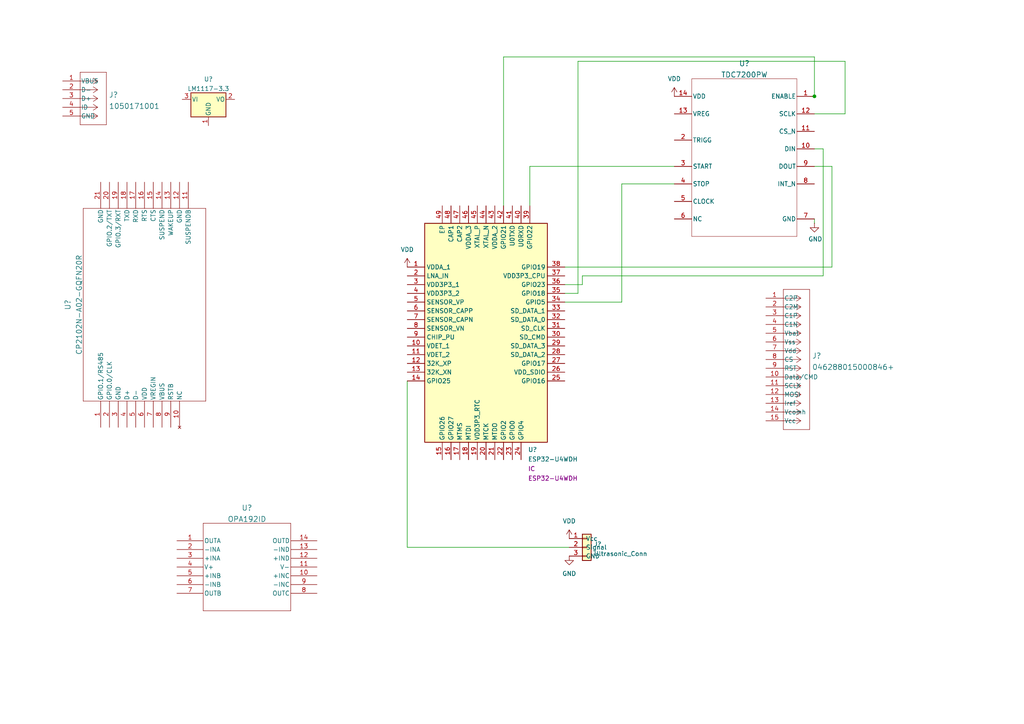
<source format=kicad_sch>
(kicad_sch (version 20231120) (generator "eeschema") (generator_version "8.0")
  (paper "A4")
  (lib_symbols
    (symbol "15-pin_ZIF_connector:046288015000846+" (pin_names (offset 0.254))
      (property "Reference" "J?" (at 13.3985 -16.7153 0))
      (property "Value" "046288015000846+" (at 13.3985 -19.9943 0))
      (symbol "046288015000846+_1_1"
        (polyline (pts (xy 5.08 -38.1) (xy 12.7 -38.1)) (stroke (width 0.127)))
        (polyline (pts (xy 5.08 2.54) (xy 5.08 -38.1)) (stroke (width 0.127)))
        (polyline (pts (xy 10.16 -35.56) (xy 5.08 -35.56)) (stroke (width 0.127)))
        (polyline (pts (xy 10.16 -35.56) (xy 8.89 -36.4067)) (stroke (width 0.127)))
        (polyline (pts (xy 10.16 -35.56) (xy 8.89 -34.7133)) (stroke (width 0.127)))
        (polyline (pts (xy 10.16 -33.02) (xy 5.08 -33.02)) (stroke (width 0.127)))
        (polyline (pts (xy 10.16 -33.02) (xy 8.89 -33.8667)) (stroke (width 0.127)))
        (polyline (pts (xy 10.16 -33.02) (xy 8.89 -32.1733)) (stroke (width 0.127)))
        (polyline (pts (xy 10.16 -30.48) (xy 5.08 -30.48)) (stroke (width 0.127)))
        (polyline (pts (xy 10.16 -30.48) (xy 8.89 -31.3267)) (stroke (width 0.127)))
        (polyline (pts (xy 10.16 -30.48) (xy 8.89 -29.6333)) (stroke (width 0.127)))
        (polyline (pts (xy 10.16 -27.94) (xy 5.08 -27.94)) (stroke (width 0.127)))
        (polyline (pts (xy 10.16 -27.94) (xy 8.89 -28.7867)) (stroke (width 0.127)))
        (polyline (pts (xy 10.16 -27.94) (xy 8.89 -27.0933)) (stroke (width 0.127)))
        (polyline (pts (xy 10.16 -25.4) (xy 5.08 -25.4)) (stroke (width 0.127)))
        (polyline (pts (xy 10.16 -25.4) (xy 8.89 -26.2467)) (stroke (width 0.127)))
        (polyline (pts (xy 10.16 -25.4) (xy 8.89 -24.5533)) (stroke (width 0.127)))
        (polyline (pts (xy 10.16 -22.86) (xy 5.08 -22.86)) (stroke (width 0.127)))
        (polyline (pts (xy 10.16 -22.86) (xy 8.89 -23.7067)) (stroke (width 0.127)))
        (polyline (pts (xy 10.16 -22.86) (xy 8.89 -22.0133)) (stroke (width 0.127)))
        (polyline (pts (xy 10.16 -20.32) (xy 5.08 -20.32)) (stroke (width 0.127)))
        (polyline (pts (xy 10.16 -20.32) (xy 8.89 -21.1667)) (stroke (width 0.127)))
        (polyline (pts (xy 10.16 -20.32) (xy 8.89 -19.4733)) (stroke (width 0.127)))
        (polyline (pts (xy 10.16 -17.78) (xy 5.08 -17.78)) (stroke (width 0.127)))
        (polyline (pts (xy 10.16 -17.78) (xy 8.89 -18.6267)) (stroke (width 0.127)))
        (polyline (pts (xy 10.16 -17.78) (xy 8.89 -16.9333)) (stroke (width 0.127)))
        (polyline (pts (xy 10.16 -15.24) (xy 5.08 -15.24)) (stroke (width 0.127)))
        (polyline (pts (xy 10.16 -15.24) (xy 8.89 -16.0867)) (stroke (width 0.127)))
        (polyline (pts (xy 10.16 -15.24) (xy 8.89 -14.3933)) (stroke (width 0.127)))
        (polyline (pts (xy 10.16 -12.7) (xy 5.08 -12.7)) (stroke (width 0.127)))
        (polyline (pts (xy 10.16 -12.7) (xy 8.89 -13.5467)) (stroke (width 0.127)))
        (polyline (pts (xy 10.16 -12.7) (xy 8.89 -11.8533)) (stroke (width 0.127)))
        (polyline (pts (xy 10.16 -10.16) (xy 5.08 -10.16)) (stroke (width 0.127)))
        (polyline (pts (xy 10.16 -10.16) (xy 8.89 -11.0067)) (stroke (width 0.127)))
        (polyline (pts (xy 10.16 -10.16) (xy 8.89 -9.3133)) (stroke (width 0.127)))
        (polyline (pts (xy 10.16 -7.62) (xy 5.08 -7.62)) (stroke (width 0.127)))
        (polyline (pts (xy 10.16 -7.62) (xy 8.89 -8.4667)) (stroke (width 0.127)))
        (polyline (pts (xy 10.16 -7.62) (xy 8.89 -6.7733)) (stroke (width 0.127)))
        (polyline (pts (xy 10.16 -5.08) (xy 5.08 -5.08)) (stroke (width 0.127)))
        (polyline (pts (xy 10.16 -5.08) (xy 8.89 -5.9267)) (stroke (width 0.127)))
        (polyline (pts (xy 10.16 -5.08) (xy 8.89 -4.2333)) (stroke (width 0.127)))
        (polyline (pts (xy 10.16 -2.54) (xy 5.08 -2.54)) (stroke (width 0.127)))
        (polyline (pts (xy 10.16 -2.54) (xy 8.89 -3.3867)) (stroke (width 0.127)))
        (polyline (pts (xy 10.16 -2.54) (xy 8.89 -1.6933)) (stroke (width 0.127)))
        (polyline (pts (xy 10.16 0) (xy 5.08 0)) (stroke (width 0.127)))
        (polyline (pts (xy 10.16 0) (xy 8.89 -0.8467)) (stroke (width 0.127)))
        (polyline (pts (xy 10.16 0) (xy 8.89 0.8467)) (stroke (width 0.127)))
        (polyline (pts (xy 12.7 -38.1) (xy 12.7 2.54)) (stroke (width 0.127)))
        (polyline (pts (xy 12.7 2.54) (xy 5.08 2.54)) (stroke (width 0.127)))
        (pin unspecified line (at 0 0 0) (length 5.08) (name "C2P") (number "1"))
        (pin unspecified line (at 0 -22.86 0) (length 5.08) (name "Data/CMD") (number "10"))
        (pin unspecified line (at 0 -25.4 0) (length 5.08) (name "SCLK") (number "11"))
        (pin unspecified line (at 0 -27.94 0) (length 5.08) (name "MOSI") (number "12"))
        (pin unspecified line (at 0 -30.48 0) (length 5.08) (name "Iref") (number "13"))
        (pin unspecified line (at 0 -33.02 0) (length 5.08) (name "Vcomh") (number "14"))
        (pin unspecified line (at 0 -35.56 0) (length 5.08) (name "Vcc") (number "15"))
        (pin unspecified line (at 0 -2.54 0) (length 5.08) (name "C2M") (number "2"))
        (pin unspecified line (at 0 -5.08 0) (length 5.08) (name "C1P") (number "3"))
        (pin unspecified line (at 0 -7.62 0) (length 5.08) (name "C1N") (number "4"))
        (pin unspecified line (at 0 -10.16 0) (length 5.08) (name "Vbat") (number "5"))
        (pin unspecified line (at 0 -12.7 0) (length 5.08) (name "Vss") (number "6"))
        (pin unspecified line (at 0 -15.24 0) (length 5.08) (name "Vdd") (number "7"))
        (pin unspecified line (at 0 -17.78 0) (length 5.08) (name "CS") (number "8"))
        (pin unspecified line (at 0 -20.32 0) (length 5.08) (name "RST") (number "9"))
      )
      (symbol "046288015000846+_1_2"
        (polyline (pts (xy 5.08 -38.1) (xy 12.7 -38.1)) (stroke (width 0.127)))
        (polyline (pts (xy 5.08 2.54) (xy 5.08 -38.1)) (stroke (width 0.127)))
        (polyline (pts (xy 7.62 -35.56) (xy 5.08 -35.56)) (stroke (width 0.127)))
        (polyline (pts (xy 7.62 -35.56) (xy 8.89 -36.4067)) (stroke (width 0.127)))
        (polyline (pts (xy 7.62 -35.56) (xy 8.89 -34.7133)) (stroke (width 0.127)))
        (polyline (pts (xy 7.62 -33.02) (xy 5.08 -33.02)) (stroke (width 0.127)))
        (polyline (pts (xy 7.62 -33.02) (xy 8.89 -33.8667)) (stroke (width 0.127)))
        (polyline (pts (xy 7.62 -33.02) (xy 8.89 -32.1733)) (stroke (width 0.127)))
        (polyline (pts (xy 7.62 -30.48) (xy 5.08 -30.48)) (stroke (width 0.127)))
        (polyline (pts (xy 7.62 -30.48) (xy 8.89 -31.3267)) (stroke (width 0.127)))
        (polyline (pts (xy 7.62 -30.48) (xy 8.89 -29.6333)) (stroke (width 0.127)))
        (polyline (pts (xy 7.62 -27.94) (xy 5.08 -27.94)) (stroke (width 0.127)))
        (polyline (pts (xy 7.62 -27.94) (xy 8.89 -28.7867)) (stroke (width 0.127)))
        (polyline (pts (xy 7.62 -27.94) (xy 8.89 -27.0933)) (stroke (width 0.127)))
        (polyline (pts (xy 7.62 -25.4) (xy 5.08 -25.4)) (stroke (width 0.127)))
        (polyline (pts (xy 7.62 -25.4) (xy 8.89 -26.2467)) (stroke (width 0.127)))
        (polyline (pts (xy 7.62 -25.4) (xy 8.89 -24.5533)) (stroke (width 0.127)))
        (polyline (pts (xy 7.62 -22.86) (xy 5.08 -22.86)) (stroke (width 0.127)))
        (polyline (pts (xy 7.62 -22.86) (xy 8.89 -23.7067)) (stroke (width 0.127)))
        (polyline (pts (xy 7.62 -22.86) (xy 8.89 -22.0133)) (stroke (width 0.127)))
        (polyline (pts (xy 7.62 -20.32) (xy 5.08 -20.32)) (stroke (width 0.127)))
        (polyline (pts (xy 7.62 -20.32) (xy 8.89 -21.1667)) (stroke (width 0.127)))
        (polyline (pts (xy 7.62 -20.32) (xy 8.89 -19.4733)) (stroke (width 0.127)))
        (polyline (pts (xy 7.62 -17.78) (xy 5.08 -17.78)) (stroke (width 0.127)))
        (polyline (pts (xy 7.62 -17.78) (xy 8.89 -18.6267)) (stroke (width 0.127)))
        (polyline (pts (xy 7.62 -17.78) (xy 8.89 -16.9333)) (stroke (width 0.127)))
        (polyline (pts (xy 7.62 -15.24) (xy 5.08 -15.24)) (stroke (width 0.127)))
        (polyline (pts (xy 7.62 -15.24) (xy 8.89 -16.0867)) (stroke (width 0.127)))
        (polyline (pts (xy 7.62 -15.24) (xy 8.89 -14.3933)) (stroke (width 0.127)))
        (polyline (pts (xy 7.62 -12.7) (xy 5.08 -12.7)) (stroke (width 0.127)))
        (polyline (pts (xy 7.62 -12.7) (xy 8.89 -13.5467)) (stroke (width 0.127)))
        (polyline (pts (xy 7.62 -12.7) (xy 8.89 -11.8533)) (stroke (width 0.127)))
        (polyline (pts (xy 7.62 -10.16) (xy 5.08 -10.16)) (stroke (width 0.127)))
        (polyline (pts (xy 7.62 -10.16) (xy 8.89 -11.0067)) (stroke (width 0.127)))
        (polyline (pts (xy 7.62 -10.16) (xy 8.89 -9.3133)) (stroke (width 0.127)))
        (polyline (pts (xy 7.62 -7.62) (xy 5.08 -7.62)) (stroke (width 0.127)))
        (polyline (pts (xy 7.62 -7.62) (xy 8.89 -8.4667)) (stroke (width 0.127)))
        (polyline (pts (xy 7.62 -7.62) (xy 8.89 -6.7733)) (stroke (width 0.127)))
        (polyline (pts (xy 7.62 -5.08) (xy 5.08 -5.08)) (stroke (width 0.127)))
        (polyline (pts (xy 7.62 -5.08) (xy 8.89 -5.9267)) (stroke (width 0.127)))
        (polyline (pts (xy 7.62 -5.08) (xy 8.89 -4.2333)) (stroke (width 0.127)))
        (polyline (pts (xy 7.62 -2.54) (xy 5.08 -2.54)) (stroke (width 0.127)))
        (polyline (pts (xy 7.62 -2.54) (xy 8.89 -3.3867)) (stroke (width 0.127)))
        (polyline (pts (xy 7.62 -2.54) (xy 8.89 -1.6933)) (stroke (width 0.127)))
        (polyline (pts (xy 7.62 0) (xy 5.08 0)) (stroke (width 0.127)))
        (polyline (pts (xy 7.62 0) (xy 8.89 -0.8467)) (stroke (width 0.127)))
        (polyline (pts (xy 7.62 0) (xy 8.89 0.8467)) (stroke (width 0.127)))
        (polyline (pts (xy 12.7 -38.1) (xy 12.7 2.54)) (stroke (width 0.127)))
        (polyline (pts (xy 12.7 2.54) (xy 5.08 2.54)) (stroke (width 0.127)))
        (pin unspecified line (at 0 0 0) (length 5.08) (name "1") (number "1"))
        (pin unspecified line (at 0 -22.86 0) (length 5.08) (name "10") (number "10"))
        (pin unspecified line (at 0 -25.4 0) (length 5.08) (name "11") (number "11"))
        (pin unspecified line (at 0 -27.94 0) (length 5.08) (name "12") (number "12"))
        (pin unspecified line (at 0 -30.48 0) (length 5.08) (name "13") (number "13"))
        (pin unspecified line (at 0 -33.02 0) (length 5.08) (name "14") (number "14"))
        (pin unspecified line (at 0 -35.56 0) (length 5.08) (name "15") (number "15"))
        (pin unspecified line (at 0 -2.54 0) (length 5.08) (name "2") (number "2"))
        (pin unspecified line (at 0 -5.08 0) (length 5.08) (name "3") (number "3"))
        (pin unspecified line (at 0 -7.62 0) (length 5.08) (name "4") (number "4"))
        (pin unspecified line (at 0 -10.16 0) (length 5.08) (name "5") (number "5"))
        (pin unspecified line (at 0 -12.7 0) (length 5.08) (name "6") (number "6"))
        (pin unspecified line (at 0 -15.24 0) (length 5.08) (name "7") (number "7"))
        (pin unspecified line (at 0 -17.78 0) (length 5.08) (name "8") (number "8"))
        (pin unspecified line (at 0 -20.32 0) (length 5.08) (name "9") (number "9"))
      )
    )
    (symbol "CP2102-GMR:CP2102N-A02-GQFN20R" (pin_names (offset 0.254))
      (property "Reference" "U" (at 35.56 10.16 0))
      (property "Value" "CP2102N-A02-GQFN20R" (at 35.56 7.62 0))
      (symbol "CP2102N-A02-GQFN20R_0_1"
        (polyline (pts (xy 7.62 -30.48) (xy 63.5 -30.48)) (stroke (width 0.127)))
        (polyline (pts (xy 7.62 5.08) (xy 7.62 -30.48)) (stroke (width 0.127)))
        (polyline (pts (xy 63.5 -30.48) (xy 63.5 5.08)) (stroke (width 0.127)))
        (polyline (pts (xy 63.5 5.08) (xy 7.62 5.08)) (stroke (width 0.127)))
        (pin bidirectional line (at 0 0 0) (length 7.62) (name "GPIO.1/RS485") (number "1"))
        (pin no_connect line (at 0 -22.86 0) (length 7.62) (name "NC") (number "10"))
        (pin output line (at 71.12 -25.4 180) (length 7.62) (name "SUSPENDB") (number "11"))
        (pin power_out line (at 71.12 -22.86 180) (length 7.62) (name "GND") (number "12"))
        (pin input line (at 71.12 -20.32 180) (length 7.62) (name "WAKEUP") (number "13"))
        (pin output line (at 71.12 -17.78 180) (length 7.62) (name "SUSPEND") (number "14"))
        (pin input line (at 71.12 -15.24 180) (length 7.62) (name "CTS") (number "15"))
        (pin output line (at 71.12 -12.7 180) (length 7.62) (name "RTS") (number "16"))
        (pin input line (at 71.12 -10.16 180) (length 7.62) (name "RXD") (number "17"))
        (pin output line (at 71.12 -7.62 180) (length 7.62) (name "TXD") (number "18"))
        (pin bidirectional line (at 71.12 -5.08 180) (length 7.62) (name "GPIO.3/RXT") (number "19"))
        (pin bidirectional line (at 0 -2.54 0) (length 7.62) (name "GPIO.0/CLK") (number "2"))
        (pin bidirectional line (at 71.12 -2.54 180) (length 7.62) (name "GPIO.2/TXT") (number "20"))
        (pin power_out line (at 71.12 0 180) (length 7.62) (name "GND") (number "21"))
        (pin power_out line (at 0 -5.08 0) (length 7.62) (name "GND") (number "3"))
        (pin bidirectional line (at 0 -7.62 0) (length 7.62) (name "D+") (number "4"))
        (pin bidirectional line (at 0 -10.16 0) (length 7.62) (name "D-") (number "5"))
        (pin power_in line (at 0 -12.7 0) (length 7.62) (name "VDD") (number "6"))
        (pin power_in line (at 0 -15.24 0) (length 7.62) (name "VREGIN") (number "7"))
        (pin input line (at 0 -17.78 0) (length 7.62) (name "VBUS") (number "8"))
        (pin input line (at 0 -20.32 0) (length 7.62) (name "RSTB") (number "9"))
      )
    )
    (symbol "Connector_Generic:Conn_01x03" (pin_names (offset 1.016))
      (property "Reference" "J?" (at 2.032 0.9085 0))
      (property "Value" "Ultrasonic_Conn" (at 2.032 -1.8666 0))
      (symbol "Conn_01x03_1_1"
        (rectangle (start -1.27 -2.413) (end 0 -2.667) (stroke (width 0.1524)))
        (rectangle (start -1.27 0.127) (end 0 -0.127) (stroke (width 0.1524)))
        (rectangle (start -1.27 2.667) (end 0 2.413) (stroke (width 0.1524)))
        (rectangle (start -1.27 3.81) (end 1.27 -3.81) (stroke (width 0.254)) (fill (type background)))
        (pin passive line (at -5.08 2.54 0) (length 3.81) (name "Vcc") (number "1"))
        (pin passive line (at -5.08 0 0) (length 3.81) (name "Signal") (number "2"))
        (pin passive line (at -5.08 -2.54 0) (length 3.81) (name "GND") (number "3"))
      )
    )
    (symbol "ESP32-U4WDH:ESP32-U4WDH"
      (property "Value" "ESP32-U4WDH" (at 0 0 0))
      (property "Reference_1" "IC" (at 41.91 17.78 0))
      (property "Value_1" "ESP32-U4WDH" (at 41.91 15.24 0))
      (symbol "ESP32-U4WDH_1_1"
        (rectangle (start 5.08 12.7) (end 40.64 -50.8) (stroke (width 0.254)) (fill (type background)))
        (pin passive line (at 0 0 0) (length 5.08) (name "VDDA_1") (number "1"))
        (pin passive line (at 0 -22.86 0) (length 5.08) (name "VDET_1") (number "10"))
        (pin passive line (at 0 -25.4 0) (length 5.08) (name "VDET_2") (number "11"))
        (pin passive line (at 0 -27.94 0) (length 5.08) (name "32K_XP") (number "12"))
        (pin passive line (at 0 -30.48 0) (length 5.08) (name "32K_XN") (number "13"))
        (pin passive line (at 0 -33.02 0) (length 5.08) (name "GPIO25") (number "14"))
        (pin passive line (at 10.16 -55.88 90) (length 5.08) (name "GPIO26") (number "15"))
        (pin passive line (at 12.7 -55.88 90) (length 5.08) (name "GPIO27") (number "16"))
        (pin passive line (at 15.24 -55.88 90) (length 5.08) (name "MTMS") (number "17"))
        (pin passive line (at 17.78 -55.88 90) (length 5.08) (name "MTDI") (number "18"))
        (pin passive line (at 20.32 -55.88 90) (length 5.08) (name "VDD3P3_RTC") (number "19"))
        (pin passive line (at 0 -2.54 0) (length 5.08) (name "LNA_IN") (number "2"))
        (pin passive line (at 22.86 -55.88 90) (length 5.08) (name "MTCK") (number "20"))
        (pin passive line (at 25.4 -55.88 90) (length 5.08) (name "MTDO") (number "21"))
        (pin passive line (at 27.94 -55.88 90) (length 5.08) (name "GPIO2") (number "22"))
        (pin passive line (at 30.48 -55.88 90) (length 5.08) (name "GPIO0") (number "23"))
        (pin passive line (at 33.02 -55.88 90) (length 5.08) (name "GPIO4") (number "24"))
        (pin passive line (at 45.72 -33.02 180) (length 5.08) (name "GPIO16") (number "25"))
        (pin passive line (at 45.72 -30.48 180) (length 5.08) (name "VDD_SDIO") (number "26"))
        (pin passive line (at 45.72 -27.94 180) (length 5.08) (name "GPIO17") (number "27"))
        (pin passive line (at 45.72 -25.4 180) (length 5.08) (name "SD_DATA_2") (number "28"))
        (pin passive line (at 45.72 -22.86 180) (length 5.08) (name "SD_DATA_3") (number "29"))
        (pin passive line (at 0 -5.08 0) (length 5.08) (name "VDD3P3_1") (number "3"))
        (pin passive line (at 45.72 -20.32 180) (length 5.08) (name "SD_CMD") (number "30"))
        (pin passive line (at 45.72 -17.78 180) (length 5.08) (name "SD_CLK") (number "31"))
        (pin passive line (at 45.72 -15.24 180) (length 5.08) (name "SD_DATA_0") (number "32"))
        (pin passive line (at 45.72 -12.7 180) (length 5.08) (name "SD_DATA_1") (number "33"))
        (pin passive line (at 45.72 -10.16 180) (length 5.08) (name "GPIO5") (number "34"))
        (pin passive line (at 45.72 -7.62 180) (length 5.08) (name "GPIO18") (number "35"))
        (pin passive line (at 45.72 -5.08 180) (length 5.08) (name "GPIO23") (number "36"))
        (pin passive line (at 45.72 -2.54 180) (length 5.08) (name "VDD3P3_CPU") (number "37"))
        (pin passive line (at 45.72 0 180) (length 5.08) (name "GPIO19") (number "38"))
        (pin passive line (at 35.56 17.78 270) (length 5.08) (name "GPIO22") (number "39"))
        (pin passive line (at 0 -7.62 0) (length 5.08) (name "VDD3P3_2") (number "4"))
        (pin passive line (at 33.02 17.78 270) (length 5.08) (name "U0RXD") (number "40"))
        (pin passive line (at 30.48 17.78 270) (length 5.08) (name "U0TXD") (number "41"))
        (pin passive line (at 27.94 17.78 270) (length 5.08) (name "GPIO21") (number "42"))
        (pin passive line (at 25.4 17.78 270) (length 5.08) (name "VDDA_2") (number "43"))
        (pin passive line (at 22.86 17.78 270) (length 5.08) (name "XTAL_N") (number "44"))
        (pin passive line (at 20.32 17.78 270) (length 5.08) (name "XTAL_P") (number "45"))
        (pin passive line (at 17.78 17.78 270) (length 5.08) (name "VDDA_3") (number "46"))
        (pin passive line (at 15.24 17.78 270) (length 5.08) (name "CAP2") (number "47"))
        (pin passive line (at 12.7 17.78 270) (length 5.08) (name "CAP1") (number "48"))
        (pin passive line (at 10.16 17.78 270) (length 5.08) (name "EP") (number "49"))
        (pin passive line (at 0 -10.16 0) (length 5.08) (name "SENSOR_VP") (number "5"))
        (pin passive line (at 0 -12.7 0) (length 5.08) (name "SENSOR_CAPP") (number "6"))
        (pin passive line (at 0 -15.24 0) (length 5.08) (name "SENSOR_CAPN") (number "7"))
        (pin passive line (at 0 -17.78 0) (length 5.08) (name "SENSOR_VN") (number "8"))
        (pin passive line (at 0 -20.32 0) (length 5.08) (name "CHIP_PU") (number "9"))
      )
    )
    (symbol "Regulator_Linear:LM1117-3.3" (pin_names (offset 0.254))
      (property "Reference" "U" (at -3.81 3.175 0))
      (property "Value" "LM1117-3.3" (at 0 3.175 0))
      (symbol "LM1117-3.3_0_1"
        (rectangle (start -5.08 -5.08) (end 5.08 1.905) (stroke (width 0.254)) (fill (type background)))
      )
      (symbol "LM1117-3.3_1_1"
        (pin power_in line (at 0 -7.62 90) (length 2.54) (name "GND") (number "1"))
        (pin power_out line (at 7.62 0 180) (length 2.54) (name "VO") (number "2"))
        (pin power_in line (at -7.62 0 0) (length 2.54) (name "VI") (number "3"))
      )
    )
    (symbol "micro-usb_connector:1050171001" (pin_names (offset 0.254))
      (property "Reference" "J?" (at 3.2385 1.0647 0))
      (property "Value" "1050171001" (at 3.2385 -2.2143 0))
      (symbol "1050171001_1_1"
        (polyline (pts (xy -5.08 -7.62) (xy 2.54 -7.62)) (stroke (width 0.127)))
        (polyline (pts (xy -5.08 7.62) (xy -5.08 -7.62)) (stroke (width 0.127)))
        (polyline (pts (xy 0 -5.08) (xy -5.08 -5.08)) (stroke (width 0.127)))
        (polyline (pts (xy 0 -5.08) (xy -1.27 -5.9267)) (stroke (width 0.127)))
        (polyline (pts (xy 0 -5.08) (xy -1.27 -4.2333)) (stroke (width 0.127)))
        (polyline (pts (xy 0 -2.54) (xy -5.08 -2.54)) (stroke (width 0.127)))
        (polyline (pts (xy 0 -2.54) (xy -1.27 -3.3867)) (stroke (width 0.127)))
        (polyline (pts (xy 0 -2.54) (xy -1.27 -1.6933)) (stroke (width 0.127)))
        (polyline (pts (xy 0 0) (xy -5.08 0)) (stroke (width 0.127)))
        (polyline (pts (xy 0 0) (xy -1.27 -0.8467)) (stroke (width 0.127)))
        (polyline (pts (xy 0 0) (xy -1.27 0.8467)) (stroke (width 0.127)))
        (polyline (pts (xy 0 2.54) (xy -5.08 2.54)) (stroke (width 0.127)))
        (polyline (pts (xy 0 2.54) (xy -1.27 1.6933)) (stroke (width 0.127)))
        (polyline (pts (xy 0 2.54) (xy -1.27 3.3867)) (stroke (width 0.127)))
        (polyline (pts (xy 0 5.08) (xy -5.08 5.08)) (stroke (width 0.127)))
        (polyline (pts (xy 0 5.08) (xy -1.27 4.2333)) (stroke (width 0.127)))
        (polyline (pts (xy 0 5.08) (xy -1.27 5.9267)) (stroke (width 0.127)))
        (polyline (pts (xy 2.54 -7.62) (xy 2.54 7.62)) (stroke (width 0.127)))
        (polyline (pts (xy 2.54 7.62) (xy -5.08 7.62)) (stroke (width 0.127)))
        (pin unspecified line (at -10.16 5.08 0) (length 5.08) (name "VBUS") (number "1"))
        (pin unspecified line (at -10.16 2.54 0) (length 5.08) (name "D-") (number "2"))
        (pin unspecified line (at -10.16 0 0) (length 5.08) (name "D+") (number "3"))
        (pin unspecified line (at -10.16 -2.54 0) (length 5.08) (name "ID") (number "4"))
        (pin unspecified line (at -10.16 -5.08 0) (length 5.08) (name "GND") (number "5"))
      )
      (symbol "1050171001_1_2"
        (polyline (pts (xy -5.08 -7.62) (xy 2.54 -7.62)) (stroke (width 0.127)))
        (polyline (pts (xy -5.08 7.62) (xy -5.08 -7.62)) (stroke (width 0.127)))
        (polyline (pts (xy -2.54 -5.08) (xy -5.08 -5.08)) (stroke (width 0.127)))
        (polyline (pts (xy -2.54 -5.08) (xy -1.27 -5.9267)) (stroke (width 0.127)))
        (polyline (pts (xy -2.54 -5.08) (xy -1.27 -4.2333)) (stroke (width 0.127)))
        (polyline (pts (xy -2.54 -2.54) (xy -5.08 -2.54)) (stroke (width 0.127)))
        (polyline (pts (xy -2.54 -2.54) (xy -1.27 -3.3867)) (stroke (width 0.127)))
        (polyline (pts (xy -2.54 -2.54) (xy -1.27 -1.6933)) (stroke (width 0.127)))
        (polyline (pts (xy -2.54 0) (xy -5.08 0)) (stroke (width 0.127)))
        (polyline (pts (xy -2.54 0) (xy -1.27 -0.8467)) (stroke (width 0.127)))
        (polyline (pts (xy -2.54 0) (xy -1.27 0.8467)) (stroke (width 0.127)))
        (polyline (pts (xy -2.54 2.54) (xy -5.08 2.54)) (stroke (width 0.127)))
        (polyline (pts (xy -2.54 2.54) (xy -1.27 1.6933)) (stroke (width 0.127)))
        (polyline (pts (xy -2.54 2.54) (xy -1.27 3.3867)) (stroke (width 0.127)))
        (polyline (pts (xy -2.54 5.08) (xy -5.08 5.08)) (stroke (width 0.127)))
        (polyline (pts (xy -2.54 5.08) (xy -1.27 4.2333)) (stroke (width 0.127)))
        (polyline (pts (xy -2.54 5.08) (xy -1.27 5.9267)) (stroke (width 0.127)))
        (polyline (pts (xy 2.54 -7.62) (xy 2.54 7.62)) (stroke (width 0.127)))
        (polyline (pts (xy 2.54 7.62) (xy -5.08 7.62)) (stroke (width 0.127)))
        (pin unspecified line (at -10.16 5.08 0) (length 5.08) (name "1") (number "1"))
        (pin unspecified line (at -10.16 2.54 0) (length 5.08) (name "2") (number "2"))
        (pin unspecified line (at -10.16 0 0) (length 5.08) (name "3") (number "3"))
        (pin unspecified line (at -10.16 -2.54 0) (length 5.08) (name "4") (number "4"))
        (pin unspecified line (at -10.16 -5.08 0) (length 5.08) (name "5") (number "5"))
      )
    )
    (symbol "op-amp OPA192ID:OPA192ID" (pin_names (offset 0.254))
      (property "Reference" "U" (at 20.32 10.16 0))
      (property "Value" "OPA192ID" (at 20.32 7.62 0))
      (symbol "OPA192ID_0_1"
        (polyline (pts (xy 7.62 -20.32) (xy 33.02 -20.32)) (stroke (width 0.127)))
        (polyline (pts (xy 7.62 5.08) (xy 7.62 -20.32)) (stroke (width 0.127)))
        (polyline (pts (xy 33.02 -20.32) (xy 33.02 5.08)) (stroke (width 0.127)))
        (polyline (pts (xy 33.02 5.08) (xy 7.62 5.08)) (stroke (width 0.127)))
        (pin output line (at 0 0 0) (length 7.62) (name "OUTA") (number "1"))
        (pin input line (at 40.64 -10.16 180) (length 7.62) (name "+INC") (number "10"))
        (pin power_in line (at 40.64 -7.62 180) (length 7.62) (name "V-") (number "11"))
        (pin input line (at 40.64 -5.08 180) (length 7.62) (name "+IND") (number "12"))
        (pin input line (at 40.64 -2.54 180) (length 7.62) (name "-IND") (number "13"))
        (pin output line (at 40.64 0 180) (length 7.62) (name "OUTD") (number "14"))
        (pin input line (at 0 -2.54 0) (length 7.62) (name "-INA") (number "2"))
        (pin input line (at 0 -5.08 0) (length 7.62) (name "+INA") (number "3"))
        (pin power_in line (at 0 -7.62 0) (length 7.62) (name "V+") (number "4"))
        (pin input line (at 0 -10.16 0) (length 7.62) (name "+INB") (number "5"))
        (pin input line (at 0 -12.7 0) (length 7.62) (name "-INB") (number "6"))
        (pin output line (at 0 -15.24 0) (length 7.62) (name "OUTB") (number "7"))
        (pin output line (at 40.64 -15.24 180) (length 7.62) (name "OUTC") (number "8"))
        (pin input line (at 40.64 -12.7 180) (length 7.62) (name "-INC") (number "9"))
      )
    )
    (symbol "power:GND" (power) (pin_numbers hide) (pin_names (offset 0) hide)
      (property "Value" "GND" (at 0 -3.81 0))
      (symbol "GND_0_1"
        (polyline (pts (xy 0 0) (xy 0 -1.27) (xy 1.27 -1.27) (xy 0 -2.54) (xy -1.27 -1.27) (xy 0 -1.27)))
      )
      (symbol "GND_1_1"
        (pin power_in line (at 0 0 270) (length 0) (name "~") (number "1"))
      )
    )
    (symbol "power:VDD" (power) (pin_numbers hide) (pin_names (offset 0) hide)
      (property "Value" "VDD" (at 0 3.556 0))
      (symbol "VDD_0_1"
        (polyline (pts (xy -0.762 1.27) (xy 0 2.54)))
        (polyline (pts (xy 0 0) (xy 0 2.54)))
        (polyline (pts (xy 0 2.54) (xy 0.762 1.27)))
      )
      (symbol "VDD_1_1"
        (pin power_in line (at 0 0 90) (length 0) (name "~") (number "1"))
      )
    )
    (symbol "time-to-DC:TDC7200PW" (pin_names (offset 0.254))
      (property "Reference" "U" (at 0 2.54 0))
      (property "Value" "TDC7200PW" (at 0 0 0))
      (symbol "TDC7200PW_0_1"
        (polyline (pts (xy -15.24 -22.86) (xy 15.24 -22.86)) (stroke (width 0.1016)))
        (polyline (pts (xy -15.24 22.86) (xy -15.24 -22.86)) (stroke (width 0.1016)))
        (polyline (pts (xy 15.24 -22.86) (xy 15.24 22.86)) (stroke (width 0.1016)))
        (polyline (pts (xy 15.24 22.86) (xy -15.24 22.86)) (stroke (width 0.1016)))
        (pin input line (at 20.32 17.78 180) (length 5.08) (name "ENABLE") (number "1"))
        (pin input line (at 20.32 2.54 180) (length 5.08) (name "DIN") (number "10"))
        (pin input line (at 20.32 7.62 180) (length 5.08) (name "CS_N") (number "11"))
        (pin input line (at 20.32 12.7 180) (length 5.08) (name "SCLK") (number "12"))
        (pin power_in line (at -20.32 12.7 0) (length 5.08) (name "VREG") (number "13"))
        (pin power_in line (at -20.32 17.78 0) (length 5.08) (name "VDD") (number "14"))
        (pin output line (at -20.32 5.08 0) (length 5.08) (name "TRIGG") (number "2"))
        (pin input line (at -20.32 -2.54 0) (length 5.08) (name "START") (number "3"))
        (pin input line (at -20.32 -7.62 0) (length 5.08) (name "STOP") (number "4"))
        (pin input line (at -20.32 -12.7 0) (length 5.08) (name "CLOCK") (number "5"))
        (pin unspecified line (at -20.32 -17.78 0) (length 5.08) (name "NC") (number "6"))
        (pin power_in line (at 20.32 -17.78 180) (length 5.08) (name "GND") (number "7"))
        (pin output line (at 20.32 -7.62 180) (length 5.08) (name "INT_N") (number "8"))
        (pin output line (at 20.32 -2.54 180) (length 5.08) (name "DOUT") (number "9"))
      )
    )
  )
  (junction (at 236.22 27.94))
  (wire (pts (xy 238.76 43.18) (xy 238.76 80.01)))
  (wire (pts (xy 245.11 33.02) (xy 245.11 17.78)))
  (wire (pts (xy 180.34 87.63) (xy 163.83 87.63)))
  (wire (pts (xy 241.3 48.26) (xy 241.3 77.47)))
  (wire (pts (xy 195.58 48.26) (xy 153.67 48.26)))
  (wire (pts (xy 118.11 158.75) (xy 118.11 110.49)))
  (wire (pts (xy 236.22 27.94) (xy 236.22 16.51)))
  (wire (pts (xy 236.22 63.5) (xy 236.22 64.77)))
  (wire (pts (xy 236.22 33.02) (xy 245.11 33.02)))
  (wire (pts (xy 238.76 80.01) (xy 168.91 80.01)))
  (wire (pts (xy 241.3 77.47) (xy 163.83 77.47)))
  (wire (pts (xy 245.11 17.78) (xy 167.64 17.78)))
  (wire (pts (xy 146.05 16.51) (xy 146.05 59.69)))
  (wire (pts (xy 236.22 43.18) (xy 238.76 43.18)))
  (wire (pts (xy 153.67 48.26) (xy 153.67 59.69)))
  (wire (pts (xy 180.34 53.34) (xy 195.58 53.34)))
  (wire (pts (xy 168.91 80.01) (xy 168.91 82.55)))
  (wire (pts (xy 168.91 82.55) (xy 163.83 82.55)))
  (wire (pts (xy 167.64 85.09) (xy 163.83 85.09)))
  (wire (pts (xy 236.22 48.26) (xy 241.3 48.26)))
  (wire (pts (xy 234.95 27.94) (xy 236.22 27.94)))
  (wire (pts (xy 236.22 16.51) (xy 146.05 16.51)))
  (wire (pts (xy 167.64 17.78) (xy 167.64 85.09)))
  (wire (pts (xy 180.34 53.34) (xy 180.34 87.63)))
  (wire (pts (xy 165.1 158.75) (xy 118.11 158.75)))
  (symbol (lib_id "power:GND") (at 165.1 161.29 0) (unit 1)
    (property "Reference" "#PWR05" (effects (hide yes)))
    (property "Value" "GND" (at 165.1 166.37 0))
    (property "Description" "Power symbol creates a global label with name \"GND\" , ground" (effects (hide yes)))
  )
  (symbol (lib_id "Regulator_Linear:LM1117-3.3") (at 60.452 28.829 0) (unit 1)
    (property "Reference" "U?" (at 60.452 22.9575 0))
    (property "Value" "LM1117-3.3" (at 60.452 25.7326 0))
    (property "Datasheet" "http://www.ti.com/lit/ds/symlink/lm1117.pdf" (effects (hide yes)))
  )
  (symbol (lib_id "power:VDD") (at 165.1 156.21 0) (unit 1)
    (property "Reference" "#PWR04" (effects (hide yes)))
    (property "Value" "VDD" (at 165.1 151.13 0))
    (property "Description" "Power symbol creates a global label with name \"VDD\"" (effects (hide yes)))
  )
  (symbol (lib_id "power:VDD") (at 118.11 77.47 0) (unit 1)
    (property "Reference" "#PWR03" (effects (hide yes)))
    (property "Value" "VDD" (at 118.11 72.39 0))
    (property "Description" "Power symbol creates a global label with name \"VDD\"" (effects (hide yes)))
  )
  (symbol (lib_id "power:VDD") (at 195.58 27.94 0) (unit 1)
    (property "Reference" "#PWR02" (effects (hide yes)))
    (property "Value" "VDD" (at 195.58 22.86 0))
    (property "Description" "Power symbol creates a global label with name \"VDD\"" (effects (hide yes)))
  )
  (symbol (lib_id "15-pin_ZIF_connector:046288015000846+") (at 222.123 86.487 0) (unit 1)
    (property "Reference" "J?" (at 235.5215 103.2023 0) (effects (font (size 1.524 1.524)) (justify left)))
    (property "Value" "046288015000846+" (at 235.5215 106.4813 0) (effects (font (size 1.524 1.524)) (justify left)))
    (property "Footprint" "CONN15_6288_7X5P7_AVX" (effects (hide yes)))
    (property "Datasheet" "046288015000846+" (effects (hide yes)))
  )
  (symbol (lib_id "CP2102-GMR:CP2102N-A02-GQFN20R") (at 29.21 123.952 90) (unit 1)
    (property "Reference" "U?" (at 19.6626 88.392 0) (effects (font (size 1.524 1.524))))
    (property "Value" "CP2102N-A02-GQFN20R" (at 22.9416 88.392 0) (effects (font (size 1.524 1.524))))
    (property "Footprint" "QFN20_SIL" (effects (hide yes)))
    (property "Datasheet" "CP2102N-A02-GQFN20R" (effects (hide yes)))
  )
  (symbol (lib_id "power:GND") (at 236.22 64.77 0) (unit 1)
    (property "Reference" "#PWR01" (effects (hide yes)))
    (property "Value" "GND" (at 236.474 69.342 0))
    (property "Description" "Power symbol creates a global label with name \"GND\" , ground" (effects (hide yes)))
  )
  (symbol (lib_id "time-to-DC:TDC7200PW") (at 215.9 45.72 0) (unit 1)
    (property "Reference" "U?" (at 215.9 18.4053 0) (effects (font (size 1.524 1.524))))
    (property "Value" "TDC7200PW" (at 215.9 21.6843 0) (effects (font (size 1.524 1.524))))
    (property "Footprint" "PW0014A_N" (effects (hide yes)))
    (property "Datasheet" "TDC7200PW" (effects (hide yes)))
  )
  (symbol (lib_id "Connector_Generic:Conn_01x03") (at 170.18 158.75 0) (unit 1)
    (property "Reference" "J?" (at 172.212 157.8415 0) (effects (justify left)))
    (property "Value" "Ultrasonic_Conn" (at 172.212 160.6166 0) (effects (justify left)))
  )
  (symbol (lib_id "ESP32-U4WDH:ESP32-U4WDH") (at 118.11 77.47 0) (unit 1)
    (property "Reference" "U?" (at 153.1494 130.4195 0) (effects (justify left)))
    (property "Value" "ESP32-U4WDH" (at 153.1494 133.1946 0) (effects (justify left)))
    (property "Reference_1" "IC" (at 153.1494 135.9697 0) (effects (justify left)))
    (property "Value_1" "ESP32-U4WDH" (at 153.1494 138.7448 0) (effects (justify left)))
    (property "Footprint_1" "QFN35P500X500X90-49N-D" (effects (hide yes)))
    (property "Datasheet_1" "https://espressif.com/sites/default/files/documentation/esp32_datasheet_en.pdf" (effects (hide yes)))
    (property "Height" "0.9" (effects (hide yes)))
    (property "Mouser Part Number" "356-ESP32-U4WDH" (effects (hide yes)))
    (property "Mouser Price/Stock" "https://www.mouser.co.uk/ProductDetail/Espressif-Systems/ESP32-U4WDH?qs=GBLSl2AkirunIR6VFFVeEA%3D%3D" (effects (hide yes)))
    (property "Manufacturer_Name" "Espressif Systems" (effects (hide yes)))
    (property "Manufacturer_Part_Number" "ESP32-U4WDH" (effects (hide yes)))
  )
  (symbol (lib_id "op-amp OPA192ID:OPA192ID") (at 51.308 156.845 0) (unit 1)
    (property "Reference" "U?" (at 71.628 147.2976 0) (effects (font (size 1.524 1.524))))
    (property "Value" "OPA192ID" (at 71.628 150.5766 0) (effects (font (size 1.524 1.524))))
    (property "Footprint" "D14_TEX" (effects (hide yes)))
    (property "Datasheet" "OPA192ID" (effects (hide yes)))
  )
  (symbol (lib_id "micro-usb_connector:1050171001") (at 28.321 28.575 0) (unit 1)
    (property "Reference" "J?" (at 31.5595 27.5103 0) (effects (font (size 1.524 1.524)) (justify left)))
    (property "Value" "1050171001" (at 31.5595 30.7893 0) (effects (font (size 1.524 1.524)) (justify left)))
    (property "Footprint" "CON00679_5_MOL" (effects (hide yes)))
    (property "Datasheet" "1050171001" (effects (hide yes)))
  )
)
</source>
